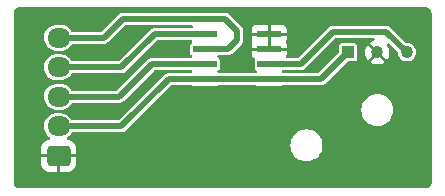
<source format=gtl>
%TF.GenerationSoftware,KiCad,Pcbnew,7.0.6*%
%TF.CreationDate,2023-07-13T14:43:25+02:00*%
%TF.ProjectId,LH_BreakLever_FreeJoy,4c485f42-7265-4616-9b4c-657665725f46,rev?*%
%TF.SameCoordinates,Original*%
%TF.FileFunction,Copper,L1,Top*%
%TF.FilePolarity,Positive*%
%FSLAX46Y46*%
G04 Gerber Fmt 4.6, Leading zero omitted, Abs format (unit mm)*
G04 Created by KiCad (PCBNEW 7.0.6) date 2023-07-13 14:43:25*
%MOMM*%
%LPD*%
G01*
G04 APERTURE LIST*
G04 Aperture macros list*
%AMRoundRect*
0 Rectangle with rounded corners*
0 $1 Rounding radius*
0 $2 $3 $4 $5 $6 $7 $8 $9 X,Y pos of 4 corners*
0 Add a 4 corners polygon primitive as box body*
4,1,4,$2,$3,$4,$5,$6,$7,$8,$9,$2,$3,0*
0 Add four circle primitives for the rounded corners*
1,1,$1+$1,$2,$3*
1,1,$1+$1,$4,$5*
1,1,$1+$1,$6,$7*
1,1,$1+$1,$8,$9*
0 Add four rect primitives between the rounded corners*
20,1,$1+$1,$2,$3,$4,$5,0*
20,1,$1+$1,$4,$5,$6,$7,0*
20,1,$1+$1,$6,$7,$8,$9,0*
20,1,$1+$1,$8,$9,$2,$3,0*%
G04 Aperture macros list end*
%TA.AperFunction,SMDPad,CuDef*%
%ADD10R,2.000000X0.600000*%
%TD*%
%TA.AperFunction,ComponentPad*%
%ADD11R,1.030000X1.030000*%
%TD*%
%TA.AperFunction,ComponentPad*%
%ADD12C,1.030000*%
%TD*%
%TA.AperFunction,ComponentPad*%
%ADD13RoundRect,0.250000X0.725000X-0.600000X0.725000X0.600000X-0.725000X0.600000X-0.725000X-0.600000X0*%
%TD*%
%TA.AperFunction,ComponentPad*%
%ADD14O,1.950000X1.700000*%
%TD*%
%TA.AperFunction,Conductor*%
%ADD15C,0.508000*%
%TD*%
G04 APERTURE END LIST*
D10*
X56925000Y-27305000D03*
X56925000Y-26035000D03*
X56925000Y-24765000D03*
X56925000Y-23495000D03*
X51475000Y-23495000D03*
X51475000Y-24765000D03*
X51475000Y-26035000D03*
X51475000Y-27305000D03*
D11*
X63570000Y-25030001D03*
D12*
X66070000Y-25030001D03*
X68570000Y-25030001D03*
D13*
X39080000Y-33790000D03*
D14*
X39080000Y-31290000D03*
X39080000Y-28790000D03*
X39080000Y-26290000D03*
X39080000Y-23790000D03*
D15*
X44400000Y-31300000D02*
X39090000Y-31300000D01*
X48395000Y-27305000D02*
X44400000Y-31300000D01*
X63570000Y-25030001D02*
X61295001Y-27305000D01*
X61295001Y-27305000D02*
X56925000Y-27305000D01*
X51475000Y-27305000D02*
X56925000Y-27305000D01*
X51475000Y-27305000D02*
X48395000Y-27305000D01*
X39090000Y-31300000D02*
X39080000Y-31290000D01*
X44200000Y-28800000D02*
X39090000Y-28800000D01*
X46965000Y-26035000D02*
X44200000Y-28800000D01*
X39090000Y-28800000D02*
X39080000Y-28790000D01*
X51475000Y-26035000D02*
X46965000Y-26035000D01*
X39090000Y-26300000D02*
X39080000Y-26290000D01*
X51475000Y-23495000D02*
X47205000Y-23495000D01*
X44400000Y-26300000D02*
X39090000Y-26300000D01*
X47205000Y-23495000D02*
X44400000Y-26300000D01*
X42900000Y-23800000D02*
X44500000Y-22200000D01*
X54200000Y-24000000D02*
X53435000Y-24765000D01*
X53435000Y-24765000D02*
X51475000Y-24765000D01*
X53200000Y-22200000D02*
X54200000Y-23200000D01*
X39090000Y-23800000D02*
X42900000Y-23800000D01*
X39080000Y-23790000D02*
X39090000Y-23800000D01*
X44500000Y-22200000D02*
X53200000Y-22200000D01*
X54200000Y-23200000D02*
X54200000Y-24000000D01*
X66839999Y-23300000D02*
X62300000Y-23300000D01*
X59565000Y-26035000D02*
X56925000Y-26035000D01*
X68570000Y-25030001D02*
X66839999Y-23300000D01*
X62300000Y-23300000D02*
X59565000Y-26035000D01*
%TA.AperFunction,Conductor*%
G36*
X70173514Y-21208895D02*
G01*
X70265268Y-21219234D01*
X70292766Y-21225510D01*
X70369858Y-21252486D01*
X70395265Y-21264721D01*
X70464431Y-21308181D01*
X70486484Y-21325769D01*
X70544230Y-21383515D01*
X70561819Y-21405569D01*
X70605276Y-21474730D01*
X70617515Y-21500146D01*
X70644487Y-21577228D01*
X70650766Y-21604735D01*
X70660542Y-21691500D01*
X70661104Y-21696483D01*
X70661500Y-21703543D01*
X70661500Y-36046456D01*
X70661104Y-36053516D01*
X70650766Y-36145264D01*
X70644487Y-36172771D01*
X70617515Y-36249853D01*
X70605273Y-36275275D01*
X70561822Y-36344426D01*
X70544230Y-36366484D01*
X70486484Y-36424230D01*
X70464425Y-36441822D01*
X70395272Y-36485274D01*
X70369853Y-36497515D01*
X70292771Y-36524487D01*
X70265264Y-36530766D01*
X70208418Y-36537171D01*
X70173513Y-36541104D01*
X70166456Y-36541500D01*
X35768544Y-36541500D01*
X35761486Y-36541104D01*
X35713854Y-36535737D01*
X35669735Y-36530766D01*
X35642228Y-36524487D01*
X35565146Y-36497515D01*
X35539730Y-36485276D01*
X35470569Y-36441819D01*
X35448515Y-36424230D01*
X35390769Y-36366484D01*
X35373181Y-36344431D01*
X35329721Y-36275265D01*
X35317486Y-36249858D01*
X35290510Y-36172766D01*
X35284234Y-36145268D01*
X35273895Y-36053514D01*
X35273500Y-36046456D01*
X35273500Y-34440516D01*
X37597000Y-34440516D01*
X37607605Y-34544318D01*
X37607606Y-34544321D01*
X37663342Y-34712525D01*
X37756365Y-34863339D01*
X37756370Y-34863345D01*
X37881654Y-34988629D01*
X37881660Y-34988634D01*
X38032474Y-35081657D01*
X38200678Y-35137393D01*
X38200681Y-35137394D01*
X38304483Y-35147999D01*
X38304483Y-35148000D01*
X38953000Y-35148000D01*
X38953000Y-34251624D01*
X39046025Y-34265000D01*
X39113975Y-34265000D01*
X39206999Y-34251624D01*
X39207000Y-35148000D01*
X39855517Y-35148000D01*
X39855516Y-35147999D01*
X39959318Y-35137394D01*
X39959321Y-35137393D01*
X40127525Y-35081657D01*
X40278339Y-34988634D01*
X40278345Y-34988629D01*
X40403629Y-34863345D01*
X40403634Y-34863339D01*
X40496657Y-34712525D01*
X40552393Y-34544321D01*
X40552394Y-34544318D01*
X40562999Y-34440516D01*
X40563000Y-34440516D01*
X40563000Y-33917000D01*
X39537763Y-33917000D01*
X39555000Y-33858295D01*
X39555000Y-33721705D01*
X39537763Y-33663000D01*
X40563000Y-33663000D01*
X40563000Y-33139483D01*
X40552394Y-33035681D01*
X40552393Y-33035678D01*
X40507435Y-32900000D01*
X58714341Y-32900000D01*
X58734937Y-33135412D01*
X58796096Y-33363662D01*
X58796098Y-33363666D01*
X58895966Y-33577833D01*
X59031498Y-33771393D01*
X59031502Y-33771398D01*
X59031505Y-33771402D01*
X59198599Y-33938496D01*
X59198603Y-33938499D01*
X59198607Y-33938502D01*
X59392167Y-34074034D01*
X59392166Y-34074034D01*
X59456982Y-34104258D01*
X59606337Y-34173904D01*
X59834592Y-34235064D01*
X60011034Y-34250501D01*
X60011035Y-34250501D01*
X60128965Y-34250501D01*
X60128966Y-34250501D01*
X60305408Y-34235064D01*
X60533663Y-34173904D01*
X60747829Y-34074036D01*
X60941401Y-33938496D01*
X61108495Y-33771402D01*
X61244035Y-33577831D01*
X61343903Y-33363664D01*
X61405063Y-33135409D01*
X61425659Y-32900001D01*
X61405063Y-32664593D01*
X61343903Y-32436338D01*
X61244035Y-32222172D01*
X61244034Y-32222170D01*
X61244033Y-32222168D01*
X61108501Y-32028608D01*
X61108497Y-32028603D01*
X61108495Y-32028600D01*
X60941401Y-31861506D01*
X60941397Y-31861503D01*
X60941392Y-31861499D01*
X60747832Y-31725967D01*
X60747833Y-31725967D01*
X60533665Y-31626099D01*
X60533661Y-31626097D01*
X60305411Y-31564938D01*
X60173076Y-31553360D01*
X60128966Y-31549501D01*
X60011034Y-31549501D01*
X59975745Y-31552588D01*
X59834588Y-31564938D01*
X59606338Y-31626097D01*
X59606334Y-31626099D01*
X59392167Y-31725967D01*
X59198607Y-31861499D01*
X59198596Y-31861508D01*
X59031507Y-32028597D01*
X59031502Y-32028603D01*
X58895965Y-32222170D01*
X58796098Y-32436335D01*
X58796096Y-32436339D01*
X58734937Y-32664589D01*
X58714341Y-32900000D01*
X40507435Y-32900000D01*
X40496657Y-32867474D01*
X40403634Y-32716660D01*
X40403629Y-32716654D01*
X40278345Y-32591370D01*
X40278339Y-32591365D01*
X40127525Y-32498342D01*
X39959321Y-32442606D01*
X39959318Y-32442605D01*
X39886036Y-32435118D01*
X39820301Y-32408296D01*
X39779503Y-32350193D01*
X39776594Y-32279256D01*
X39812498Y-32218007D01*
X39820941Y-32210739D01*
X39970659Y-32093000D01*
X40108792Y-31933587D01*
X40144637Y-31871500D01*
X40196020Y-31822507D01*
X40253757Y-31808500D01*
X44331784Y-31808500D01*
X44358565Y-31811378D01*
X44363351Y-31812420D01*
X44363351Y-31812419D01*
X44363352Y-31812420D01*
X44415917Y-31808661D01*
X44420413Y-31808500D01*
X44436366Y-31808500D01*
X44436368Y-31808500D01*
X44452192Y-31806224D01*
X44456615Y-31805749D01*
X44509201Y-31801989D01*
X44513794Y-31800275D01*
X44539893Y-31793614D01*
X44544734Y-31792919D01*
X44592683Y-31771020D01*
X44596800Y-31769315D01*
X44646204Y-31750889D01*
X44650117Y-31747958D01*
X44673299Y-31734204D01*
X44677743Y-31732176D01*
X44717585Y-31697650D01*
X44721055Y-31694855D01*
X44733848Y-31685280D01*
X44745141Y-31673985D01*
X44748418Y-31670934D01*
X44788250Y-31636421D01*
X44790894Y-31632305D01*
X44807795Y-31611331D01*
X46519125Y-29900001D01*
X64714341Y-29900001D01*
X64734937Y-30135412D01*
X64796096Y-30363662D01*
X64796098Y-30363666D01*
X64895966Y-30577833D01*
X65031498Y-30771393D01*
X65031502Y-30771398D01*
X65031505Y-30771402D01*
X65198599Y-30938496D01*
X65198603Y-30938499D01*
X65198607Y-30938502D01*
X65392167Y-31074034D01*
X65392166Y-31074034D01*
X65468304Y-31109538D01*
X65606337Y-31173904D01*
X65834592Y-31235064D01*
X66011034Y-31250501D01*
X66011035Y-31250501D01*
X66128965Y-31250501D01*
X66128966Y-31250501D01*
X66305408Y-31235064D01*
X66533663Y-31173904D01*
X66747829Y-31074036D01*
X66941401Y-30938496D01*
X67108495Y-30771402D01*
X67244035Y-30577831D01*
X67343903Y-30363664D01*
X67405063Y-30135409D01*
X67425659Y-29900001D01*
X67405063Y-29664593D01*
X67343903Y-29436338D01*
X67244035Y-29222172D01*
X67244034Y-29222170D01*
X67244033Y-29222168D01*
X67108501Y-29028608D01*
X67108497Y-29028603D01*
X67108495Y-29028600D01*
X66941401Y-28861506D01*
X66941397Y-28861503D01*
X66941392Y-28861499D01*
X66747832Y-28725967D01*
X66747833Y-28725967D01*
X66533665Y-28626099D01*
X66533661Y-28626097D01*
X66305411Y-28564938D01*
X66173076Y-28553360D01*
X66128966Y-28549501D01*
X66011034Y-28549501D01*
X65975745Y-28552588D01*
X65834588Y-28564938D01*
X65606338Y-28626097D01*
X65606334Y-28626099D01*
X65392167Y-28725967D01*
X65198607Y-28861499D01*
X65198596Y-28861508D01*
X65031507Y-29028597D01*
X65031502Y-29028603D01*
X64895965Y-29222170D01*
X64796098Y-29436335D01*
X64796096Y-29436339D01*
X64734937Y-29664589D01*
X64714341Y-29900001D01*
X46519125Y-29900001D01*
X48568722Y-27850405D01*
X48631035Y-27816379D01*
X48657818Y-27813500D01*
X50290733Y-27813500D01*
X50358854Y-27833502D01*
X50360722Y-27834726D01*
X50375699Y-27844734D01*
X50449933Y-27859500D01*
X52500066Y-27859499D01*
X52500069Y-27859498D01*
X52500073Y-27859498D01*
X52520986Y-27855338D01*
X52574301Y-27844734D01*
X52574302Y-27844733D01*
X52574303Y-27844733D01*
X52589265Y-27834736D01*
X52657018Y-27813520D01*
X52659268Y-27813500D01*
X55740733Y-27813500D01*
X55808854Y-27833502D01*
X55810722Y-27834726D01*
X55825699Y-27844734D01*
X55899933Y-27859500D01*
X57950066Y-27859499D01*
X57950069Y-27859498D01*
X57950073Y-27859498D01*
X57970986Y-27855338D01*
X58024301Y-27844734D01*
X58024302Y-27844733D01*
X58024303Y-27844733D01*
X58039265Y-27834736D01*
X58107018Y-27813520D01*
X58109268Y-27813500D01*
X61226785Y-27813500D01*
X61253566Y-27816378D01*
X61258352Y-27817420D01*
X61258352Y-27817419D01*
X61258353Y-27817420D01*
X61310918Y-27813661D01*
X61315414Y-27813500D01*
X61331367Y-27813500D01*
X61331369Y-27813500D01*
X61347193Y-27811224D01*
X61351616Y-27810749D01*
X61404202Y-27806989D01*
X61408795Y-27805275D01*
X61434894Y-27798614D01*
X61439735Y-27797919D01*
X61487684Y-27776020D01*
X61491801Y-27774315D01*
X61541205Y-27755889D01*
X61545118Y-27752958D01*
X61568300Y-27739204D01*
X61572744Y-27737176D01*
X61612586Y-27702650D01*
X61616056Y-27699855D01*
X61628849Y-27690280D01*
X61640142Y-27678985D01*
X61643419Y-27675934D01*
X61683251Y-27641421D01*
X61685895Y-27637305D01*
X61702796Y-27616331D01*
X63482723Y-25836404D01*
X63545035Y-25802379D01*
X63571818Y-25799500D01*
X64110064Y-25799500D01*
X64110066Y-25799500D01*
X64110069Y-25799499D01*
X64110072Y-25799499D01*
X64164768Y-25788620D01*
X64184301Y-25784735D01*
X64268484Y-25728485D01*
X64324734Y-25644302D01*
X64339500Y-25570068D01*
X64339499Y-24489935D01*
X64339498Y-24489931D01*
X64339498Y-24489927D01*
X64324734Y-24415700D01*
X64313053Y-24398218D01*
X64268484Y-24331517D01*
X64268483Y-24331516D01*
X64184302Y-24275267D01*
X64110067Y-24260501D01*
X63029936Y-24260501D01*
X63029926Y-24260502D01*
X62955699Y-24275266D01*
X62871515Y-24331517D01*
X62815266Y-24415698D01*
X62800500Y-24489931D01*
X62800500Y-25028182D01*
X62780498Y-25096303D01*
X62763595Y-25117277D01*
X61121278Y-26759595D01*
X61058966Y-26793620D01*
X61032183Y-26796500D01*
X59573680Y-26796500D01*
X59537774Y-26785957D01*
X59510370Y-26796179D01*
X59501381Y-26796500D01*
X58109267Y-26796500D01*
X58041146Y-26776498D01*
X58039310Y-26775295D01*
X58039214Y-26775231D01*
X58038559Y-26774793D01*
X57993010Y-26720338D01*
X57984132Y-26649899D01*
X58014745Y-26585841D01*
X58038626Y-26565162D01*
X58039376Y-26564662D01*
X58107151Y-26543518D01*
X58109268Y-26543500D01*
X59496784Y-26543500D01*
X59523564Y-26546378D01*
X59528164Y-26547379D01*
X59535451Y-26551358D01*
X59538182Y-26549604D01*
X59564691Y-26544821D01*
X59580917Y-26543661D01*
X59585413Y-26543500D01*
X59601366Y-26543500D01*
X59601368Y-26543500D01*
X59617192Y-26541224D01*
X59621615Y-26540749D01*
X59674201Y-26536989D01*
X59678794Y-26535275D01*
X59704893Y-26528614D01*
X59709734Y-26527919D01*
X59757683Y-26506020D01*
X59761800Y-26504315D01*
X59811204Y-26485889D01*
X59815117Y-26482958D01*
X59838299Y-26469204D01*
X59842743Y-26467176D01*
X59882585Y-26432650D01*
X59886055Y-26429855D01*
X59898848Y-26420280D01*
X59910141Y-26408985D01*
X59913418Y-26405934D01*
X59953250Y-26371421D01*
X59955894Y-26367305D01*
X59972795Y-26346331D01*
X62473722Y-23845405D01*
X62536035Y-23811379D01*
X62562818Y-23808500D01*
X65723200Y-23808500D01*
X65791321Y-23828502D01*
X65837814Y-23882158D01*
X65847918Y-23952432D01*
X65818424Y-24017012D01*
X65759775Y-24055075D01*
X65676620Y-24080299D01*
X65498904Y-24175290D01*
X65441777Y-24222173D01*
X65934967Y-24715363D01*
X65848081Y-24765528D01*
X65771009Y-24857378D01*
X65756803Y-24896408D01*
X65262172Y-24401777D01*
X65215289Y-24458905D01*
X65120298Y-24636621D01*
X65061800Y-24829464D01*
X65042050Y-25029997D01*
X65042050Y-25030004D01*
X65061800Y-25230537D01*
X65120298Y-25423380D01*
X65215291Y-25601099D01*
X65262171Y-25658222D01*
X65756802Y-25163591D01*
X65771009Y-25202623D01*
X65848081Y-25294474D01*
X65934967Y-25344638D01*
X65441777Y-25837827D01*
X65498904Y-25884711D01*
X65676620Y-25979702D01*
X65869463Y-26038200D01*
X66069997Y-26057951D01*
X66070003Y-26057951D01*
X66270536Y-26038200D01*
X66463379Y-25979702D01*
X66641093Y-25884712D01*
X66641098Y-25884709D01*
X66698222Y-25837828D01*
X66698222Y-25837827D01*
X66205032Y-25344637D01*
X66291919Y-25294474D01*
X66368991Y-25202624D01*
X66383197Y-25163593D01*
X66877827Y-25658223D01*
X66924708Y-25601099D01*
X66924711Y-25601094D01*
X67019701Y-25423380D01*
X67078199Y-25230537D01*
X67097950Y-25030004D01*
X67097950Y-25029997D01*
X67078199Y-24829464D01*
X67019701Y-24636621D01*
X66924707Y-24458899D01*
X66921269Y-24453754D01*
X66923033Y-24452575D01*
X66899051Y-24396112D01*
X66911032Y-24326133D01*
X66958944Y-24273740D01*
X67027575Y-24255568D01*
X67095136Y-24277386D01*
X67113293Y-24292422D01*
X67758728Y-24937857D01*
X67792751Y-25000166D01*
X67795631Y-25026949D01*
X67795631Y-25029997D01*
X67795631Y-25030001D01*
X67815046Y-25202314D01*
X67847527Y-25295139D01*
X67872318Y-25365987D01*
X67872319Y-25365989D01*
X67964573Y-25512812D01*
X68087188Y-25635427D01*
X68187692Y-25698577D01*
X68234014Y-25727683D01*
X68397687Y-25784955D01*
X68570000Y-25804370D01*
X68742313Y-25784955D01*
X68905986Y-25727683D01*
X69052811Y-25635427D01*
X69175426Y-25512812D01*
X69267682Y-25365987D01*
X69324954Y-25202314D01*
X69344369Y-25030001D01*
X69324954Y-24857688D01*
X69267682Y-24694015D01*
X69231619Y-24636621D01*
X69175426Y-24547189D01*
X69052811Y-24424574D01*
X68905988Y-24332320D01*
X68905986Y-24332319D01*
X68903691Y-24331516D01*
X68742313Y-24275047D01*
X68570000Y-24255632D01*
X68569998Y-24255632D01*
X68566949Y-24255632D01*
X68565050Y-24255074D01*
X68562969Y-24254840D01*
X68563010Y-24254475D01*
X68498828Y-24235630D01*
X68477854Y-24218727D01*
X67247798Y-22988671D01*
X67230892Y-22967691D01*
X67228250Y-22963580D01*
X67228247Y-22963577D01*
X67188417Y-22929065D01*
X67185139Y-22926012D01*
X67173847Y-22914720D01*
X67173846Y-22914719D01*
X67173844Y-22914717D01*
X67161066Y-22905152D01*
X67157563Y-22902329D01*
X67117742Y-22867824D01*
X67117739Y-22867822D01*
X67113285Y-22865788D01*
X67090127Y-22852048D01*
X67086205Y-22849112D01*
X67086201Y-22849110D01*
X67036818Y-22830690D01*
X67032664Y-22828969D01*
X66984737Y-22807082D01*
X66984723Y-22807078D01*
X66979875Y-22806381D01*
X66953800Y-22799726D01*
X66949203Y-22798011D01*
X66949198Y-22798010D01*
X66896626Y-22794249D01*
X66892159Y-22793769D01*
X66876369Y-22791500D01*
X66876367Y-22791500D01*
X66860412Y-22791500D01*
X66855916Y-22791339D01*
X66803351Y-22787579D01*
X66803350Y-22787580D01*
X66798565Y-22788621D01*
X66771783Y-22791500D01*
X62368216Y-22791500D01*
X62341436Y-22788621D01*
X62336651Y-22787580D01*
X62336646Y-22787580D01*
X62284088Y-22791339D01*
X62279591Y-22791500D01*
X62263632Y-22791500D01*
X62263626Y-22791500D01*
X62263623Y-22791501D01*
X62247819Y-22793771D01*
X62243358Y-22794250D01*
X62190799Y-22798011D01*
X62190796Y-22798012D01*
X62186210Y-22799723D01*
X62160116Y-22806383D01*
X62155268Y-22807080D01*
X62107330Y-22828972D01*
X62103175Y-22830692D01*
X62053797Y-22849109D01*
X62049871Y-22852049D01*
X62026715Y-22865788D01*
X62022256Y-22867824D01*
X61982425Y-22902337D01*
X61978925Y-22905158D01*
X61966157Y-22914716D01*
X61966149Y-22914722D01*
X61954857Y-22926013D01*
X61951571Y-22929072D01*
X61911751Y-22963577D01*
X61911747Y-22963581D01*
X61909098Y-22967704D01*
X61892201Y-22988669D01*
X59391277Y-25489595D01*
X59328965Y-25523620D01*
X59302182Y-25526500D01*
X58465813Y-25526500D01*
X58397692Y-25506498D01*
X58351199Y-25452842D01*
X58341095Y-25382568D01*
X58364944Y-25324992D01*
X58375444Y-25310964D01*
X58426494Y-25174093D01*
X58432999Y-25113597D01*
X58433000Y-25113585D01*
X58433000Y-24892000D01*
X55417000Y-24892000D01*
X55417000Y-25113597D01*
X55423505Y-25174093D01*
X55474555Y-25310964D01*
X55474555Y-25310965D01*
X55562095Y-25427904D01*
X55643455Y-25488809D01*
X55686002Y-25545645D01*
X55691066Y-25616460D01*
X55685653Y-25633753D01*
X55670500Y-25709930D01*
X55670500Y-26360063D01*
X55670501Y-26360073D01*
X55685265Y-26434300D01*
X55741516Y-26518484D01*
X55811483Y-26565236D01*
X55857010Y-26619713D01*
X55865857Y-26690156D01*
X55835216Y-26754200D01*
X55811501Y-26774752D01*
X55810753Y-26775252D01*
X55743005Y-26796480D01*
X55740732Y-26796500D01*
X52659267Y-26796500D01*
X52591146Y-26776498D01*
X52589310Y-26775295D01*
X52589214Y-26775231D01*
X52588559Y-26774793D01*
X52543010Y-26720338D01*
X52534132Y-26649899D01*
X52564745Y-26585841D01*
X52588512Y-26565238D01*
X52658484Y-26518484D01*
X52714734Y-26434301D01*
X52729500Y-26360067D01*
X52729499Y-25709934D01*
X52729498Y-25709930D01*
X52729498Y-25709926D01*
X52714734Y-25635699D01*
X52691611Y-25601094D01*
X52658484Y-25551516D01*
X52644364Y-25542081D01*
X52588516Y-25504763D01*
X52542989Y-25450286D01*
X52534142Y-25379842D01*
X52564784Y-25315799D01*
X52588653Y-25295143D01*
X52589211Y-25294770D01*
X52589408Y-25294640D01*
X52657190Y-25273517D01*
X52659268Y-25273500D01*
X53366784Y-25273500D01*
X53393565Y-25276378D01*
X53398351Y-25277420D01*
X53398351Y-25277419D01*
X53398352Y-25277420D01*
X53450917Y-25273661D01*
X53455413Y-25273500D01*
X53471366Y-25273500D01*
X53471368Y-25273500D01*
X53487192Y-25271224D01*
X53491615Y-25270749D01*
X53544201Y-25266989D01*
X53548794Y-25265275D01*
X53574893Y-25258614D01*
X53579734Y-25257919D01*
X53627683Y-25236020D01*
X53631800Y-25234315D01*
X53681204Y-25215889D01*
X53685117Y-25212958D01*
X53708299Y-25199204D01*
X53712743Y-25197176D01*
X53752585Y-25162650D01*
X53756055Y-25159855D01*
X53768848Y-25150280D01*
X53780141Y-25138985D01*
X53783418Y-25135934D01*
X53823250Y-25101421D01*
X53825894Y-25097305D01*
X53842795Y-25076331D01*
X54511331Y-24407795D01*
X54532305Y-24390894D01*
X54536421Y-24388250D01*
X54570934Y-24348418D01*
X54573987Y-24345140D01*
X54574365Y-24344762D01*
X54585280Y-24333848D01*
X54594856Y-24321054D01*
X54597641Y-24317597D01*
X54632176Y-24277743D01*
X54634208Y-24273292D01*
X54647958Y-24250117D01*
X54650888Y-24246204D01*
X54669304Y-24196825D01*
X54671011Y-24192702D01*
X54692919Y-24144734D01*
X54693615Y-24139890D01*
X54700280Y-24113779D01*
X54701988Y-24109201D01*
X54705748Y-24056634D01*
X54706227Y-24052172D01*
X54708500Y-24036368D01*
X54708500Y-24020408D01*
X54708661Y-24015912D01*
X54710750Y-23986701D01*
X54712420Y-23963352D01*
X54711378Y-23958562D01*
X54708499Y-23931793D01*
X54708499Y-23622000D01*
X55417000Y-23622000D01*
X55417000Y-23843597D01*
X55423505Y-23904093D01*
X55474555Y-24040964D01*
X55474555Y-24040965D01*
X55484681Y-24054491D01*
X55509492Y-24121011D01*
X55494401Y-24190385D01*
X55484681Y-24205509D01*
X55474555Y-24219034D01*
X55474555Y-24219035D01*
X55423505Y-24355906D01*
X55417000Y-24416402D01*
X55417000Y-24638000D01*
X56798000Y-24638000D01*
X56798000Y-23622000D01*
X57052000Y-23622000D01*
X57052000Y-24638000D01*
X58433000Y-24638000D01*
X58433000Y-24416414D01*
X58432999Y-24416402D01*
X58426494Y-24355906D01*
X58375445Y-24219037D01*
X58365318Y-24205509D01*
X58340507Y-24138989D01*
X58355598Y-24069615D01*
X58365318Y-24054491D01*
X58375445Y-24040962D01*
X58426494Y-23904093D01*
X58432999Y-23843597D01*
X58433000Y-23843585D01*
X58433000Y-23622000D01*
X57052000Y-23622000D01*
X56798000Y-23622000D01*
X55417000Y-23622000D01*
X54708499Y-23622000D01*
X54708499Y-23368000D01*
X55417000Y-23368000D01*
X56798000Y-23368000D01*
X56798000Y-22687000D01*
X57052000Y-22687000D01*
X57052000Y-23368000D01*
X58433000Y-23368000D01*
X58433000Y-23146414D01*
X58432999Y-23146402D01*
X58426494Y-23085906D01*
X58375444Y-22949035D01*
X58375444Y-22949034D01*
X58287904Y-22832095D01*
X58170965Y-22744555D01*
X58034093Y-22693505D01*
X57973597Y-22687000D01*
X57052000Y-22687000D01*
X56798000Y-22687000D01*
X55876402Y-22687000D01*
X55815906Y-22693505D01*
X55679035Y-22744555D01*
X55679034Y-22744555D01*
X55562095Y-22832095D01*
X55474555Y-22949034D01*
X55474555Y-22949035D01*
X55423505Y-23085906D01*
X55417000Y-23146402D01*
X55417000Y-23368000D01*
X54708499Y-23368000D01*
X54708499Y-23268216D01*
X54711380Y-23241429D01*
X54712420Y-23236648D01*
X54708661Y-23184083D01*
X54708500Y-23179587D01*
X54708500Y-23163632D01*
X54706230Y-23147847D01*
X54705749Y-23143371D01*
X54702561Y-23098805D01*
X54701989Y-23090800D01*
X54700277Y-23086211D01*
X54693615Y-23060108D01*
X54692919Y-23055266D01*
X54692872Y-23055163D01*
X54671028Y-23007329D01*
X54669306Y-23003173D01*
X54650890Y-22953798D01*
X54648728Y-22950910D01*
X54647950Y-22949870D01*
X54634209Y-22926709D01*
X54633885Y-22925999D01*
X54632176Y-22922257D01*
X54597659Y-22882422D01*
X54594838Y-22878921D01*
X54585280Y-22866153D01*
X54573990Y-22854863D01*
X54570939Y-22851585D01*
X54536420Y-22811749D01*
X54536419Y-22811748D01*
X54532300Y-22809101D01*
X54511326Y-22792199D01*
X53607797Y-21888669D01*
X53590894Y-21867693D01*
X53588250Y-21863579D01*
X53548421Y-21829067D01*
X53545140Y-21826012D01*
X53533848Y-21814720D01*
X53533847Y-21814719D01*
X53533845Y-21814717D01*
X53521067Y-21805152D01*
X53517564Y-21802329D01*
X53477743Y-21767824D01*
X53477740Y-21767822D01*
X53473286Y-21765788D01*
X53450128Y-21752048D01*
X53446206Y-21749112D01*
X53446202Y-21749110D01*
X53396819Y-21730690D01*
X53392665Y-21728969D01*
X53344738Y-21707082D01*
X53344724Y-21707078D01*
X53339876Y-21706381D01*
X53313801Y-21699726D01*
X53309204Y-21698011D01*
X53309199Y-21698010D01*
X53256627Y-21694249D01*
X53252160Y-21693769D01*
X53236370Y-21691500D01*
X53236368Y-21691500D01*
X53220413Y-21691500D01*
X53215917Y-21691339D01*
X53163352Y-21687579D01*
X53163351Y-21687580D01*
X53158566Y-21688621D01*
X53131784Y-21691500D01*
X44568216Y-21691500D01*
X44541436Y-21688621D01*
X44536651Y-21687580D01*
X44536646Y-21687580D01*
X44484083Y-21691339D01*
X44479587Y-21691500D01*
X44463630Y-21691500D01*
X44447841Y-21693769D01*
X44443374Y-21694249D01*
X44390799Y-21698011D01*
X44390791Y-21698012D01*
X44386194Y-21699727D01*
X44360124Y-21706381D01*
X44355275Y-21707078D01*
X44355267Y-21707080D01*
X44355266Y-21707081D01*
X44355263Y-21707082D01*
X44355264Y-21707082D01*
X44307324Y-21728973D01*
X44303172Y-21730693D01*
X44253795Y-21749111D01*
X44253792Y-21749112D01*
X44249864Y-21752053D01*
X44226722Y-21765783D01*
X44222261Y-21767820D01*
X44222258Y-21767822D01*
X44182425Y-21802337D01*
X44178925Y-21805158D01*
X44166157Y-21814716D01*
X44166149Y-21814722D01*
X44154857Y-21826013D01*
X44151571Y-21829072D01*
X44111751Y-21863577D01*
X44111747Y-21863581D01*
X44109098Y-21867704D01*
X44092201Y-21888669D01*
X42726275Y-23254596D01*
X42663965Y-23288620D01*
X42637182Y-23291500D01*
X40270897Y-23291500D01*
X40202776Y-23271498D01*
X40168260Y-23238587D01*
X40165877Y-23235241D01*
X40165876Y-23235238D01*
X40043522Y-23063416D01*
X40040048Y-23060104D01*
X39989090Y-23011515D01*
X39890862Y-22917855D01*
X39890859Y-22917853D01*
X39890857Y-22917851D01*
X39713413Y-22803816D01*
X39689121Y-22794091D01*
X39517589Y-22725420D01*
X39517586Y-22725419D01*
X39517585Y-22725419D01*
X39310471Y-22685500D01*
X39310467Y-22685500D01*
X38902387Y-22685500D01*
X38902369Y-22685500D01*
X38745030Y-22700525D01*
X38745015Y-22700528D01*
X38542629Y-22759953D01*
X38355148Y-22856607D01*
X38355141Y-22856611D01*
X38189347Y-22986994D01*
X38189334Y-22987006D01*
X38051212Y-23146407D01*
X38051206Y-23146415D01*
X37945743Y-23329083D01*
X37945739Y-23329092D01*
X37876753Y-23528417D01*
X37876750Y-23528425D01*
X37846732Y-23737205D01*
X37856768Y-23947893D01*
X37856769Y-23947904D01*
X37906498Y-24152886D01*
X37906498Y-24152888D01*
X37906499Y-24152890D01*
X37994124Y-24344762D01*
X38116478Y-24516584D01*
X38269138Y-24662145D01*
X38269140Y-24662146D01*
X38269142Y-24662148D01*
X38312483Y-24690001D01*
X38446587Y-24776184D01*
X38642411Y-24854580D01*
X38849533Y-24894500D01*
X38849537Y-24894500D01*
X39257613Y-24894500D01*
X39257630Y-24894499D01*
X39414969Y-24879474D01*
X39414969Y-24879473D01*
X39414979Y-24879473D01*
X39617368Y-24820047D01*
X39804854Y-24723391D01*
X39970659Y-24593000D01*
X40108792Y-24433587D01*
X40144637Y-24371500D01*
X40196020Y-24322507D01*
X40253757Y-24308500D01*
X42831784Y-24308500D01*
X42858565Y-24311378D01*
X42863351Y-24312420D01*
X42863351Y-24312419D01*
X42863352Y-24312420D01*
X42915917Y-24308661D01*
X42920413Y-24308500D01*
X42936366Y-24308500D01*
X42936368Y-24308500D01*
X42952192Y-24306224D01*
X42956615Y-24305749D01*
X43009201Y-24301989D01*
X43013794Y-24300275D01*
X43039893Y-24293614D01*
X43044734Y-24292919D01*
X43092683Y-24271020D01*
X43096800Y-24269315D01*
X43146204Y-24250889D01*
X43150117Y-24247958D01*
X43173299Y-24234204D01*
X43177743Y-24232176D01*
X43217585Y-24197650D01*
X43221055Y-24194855D01*
X43233848Y-24185280D01*
X43245141Y-24173985D01*
X43248418Y-24170934D01*
X43288250Y-24136421D01*
X43290894Y-24132305D01*
X43307791Y-24111335D01*
X44673725Y-22745402D01*
X44736035Y-22711379D01*
X44762818Y-22708500D01*
X50338001Y-22708500D01*
X50406122Y-22728502D01*
X50452615Y-22782158D01*
X50462719Y-22852432D01*
X50433225Y-22917012D01*
X50386215Y-22950911D01*
X50375693Y-22955268D01*
X50360735Y-22965264D01*
X50292982Y-22986480D01*
X50290732Y-22986500D01*
X47273216Y-22986500D01*
X47246434Y-22983621D01*
X47241649Y-22982580D01*
X47241648Y-22982580D01*
X47241647Y-22982579D01*
X47189083Y-22986339D01*
X47184587Y-22986500D01*
X47168629Y-22986500D01*
X47152840Y-22988769D01*
X47148373Y-22989249D01*
X47095798Y-22993011D01*
X47095793Y-22993012D01*
X47091197Y-22994726D01*
X47065123Y-23001381D01*
X47060271Y-23002079D01*
X47060266Y-23002080D01*
X47012330Y-23023970D01*
X47008178Y-23025690D01*
X46958799Y-23044109D01*
X46958791Y-23044114D01*
X46954864Y-23047053D01*
X46931722Y-23060783D01*
X46927261Y-23062820D01*
X46927258Y-23062822D01*
X46887425Y-23097337D01*
X46883925Y-23100158D01*
X46871157Y-23109716D01*
X46871149Y-23109722D01*
X46859857Y-23121013D01*
X46856571Y-23124072D01*
X46816751Y-23158577D01*
X46816747Y-23158581D01*
X46814098Y-23162704D01*
X46797201Y-23183669D01*
X44226277Y-25754595D01*
X44163965Y-25788620D01*
X44137182Y-25791500D01*
X40270897Y-25791500D01*
X40202776Y-25771498D01*
X40168260Y-25738587D01*
X40165877Y-25735241D01*
X40165876Y-25735238D01*
X40043522Y-25563416D01*
X40021146Y-25542081D01*
X39972048Y-25495266D01*
X39890862Y-25417855D01*
X39890859Y-25417853D01*
X39890857Y-25417851D01*
X39713413Y-25303816D01*
X39690078Y-25294474D01*
X39517589Y-25225420D01*
X39517586Y-25225419D01*
X39517585Y-25225419D01*
X39310471Y-25185500D01*
X39310467Y-25185500D01*
X38902387Y-25185500D01*
X38902369Y-25185500D01*
X38745030Y-25200525D01*
X38745015Y-25200528D01*
X38542629Y-25259953D01*
X38355148Y-25356607D01*
X38355141Y-25356611D01*
X38189347Y-25486994D01*
X38189334Y-25487006D01*
X38051212Y-25646407D01*
X38051206Y-25646415D01*
X37945743Y-25829083D01*
X37945739Y-25829092D01*
X37876753Y-26028417D01*
X37876750Y-26028425D01*
X37846732Y-26237205D01*
X37856768Y-26447893D01*
X37856769Y-26447904D01*
X37906498Y-26652886D01*
X37906498Y-26652888D01*
X37906499Y-26652890D01*
X37994124Y-26844762D01*
X38116478Y-27016584D01*
X38269138Y-27162145D01*
X38269140Y-27162146D01*
X38269142Y-27162148D01*
X38364434Y-27223388D01*
X38446587Y-27276184D01*
X38642411Y-27354580D01*
X38849533Y-27394500D01*
X38849537Y-27394500D01*
X39257613Y-27394500D01*
X39257630Y-27394499D01*
X39414969Y-27379474D01*
X39414969Y-27379473D01*
X39414979Y-27379473D01*
X39617368Y-27320047D01*
X39804854Y-27223391D01*
X39970659Y-27093000D01*
X40108792Y-26933587D01*
X40144637Y-26871500D01*
X40196020Y-26822507D01*
X40253757Y-26808500D01*
X44331784Y-26808500D01*
X44358565Y-26811378D01*
X44363351Y-26812420D01*
X44363351Y-26812419D01*
X44363352Y-26812420D01*
X44415917Y-26808661D01*
X44420413Y-26808500D01*
X44436366Y-26808500D01*
X44436368Y-26808500D01*
X44452192Y-26806224D01*
X44456615Y-26805749D01*
X44509201Y-26801989D01*
X44513794Y-26800275D01*
X44539893Y-26793614D01*
X44544734Y-26792919D01*
X44592683Y-26771020D01*
X44596800Y-26769315D01*
X44646204Y-26750889D01*
X44650117Y-26747958D01*
X44673299Y-26734204D01*
X44677743Y-26732176D01*
X44717585Y-26697650D01*
X44721055Y-26694855D01*
X44733848Y-26685280D01*
X44745141Y-26673985D01*
X44748418Y-26670934D01*
X44788250Y-26636421D01*
X44790894Y-26632305D01*
X44807795Y-26611331D01*
X47378722Y-24040405D01*
X47441035Y-24006379D01*
X47467818Y-24003500D01*
X50290733Y-24003500D01*
X50358854Y-24023502D01*
X50360605Y-24024648D01*
X50361408Y-24025185D01*
X50406974Y-24079626D01*
X50415873Y-24150062D01*
X50385280Y-24214129D01*
X50361484Y-24234763D01*
X50291515Y-24281515D01*
X50235266Y-24365697D01*
X50220500Y-24439930D01*
X50220500Y-25090063D01*
X50220501Y-25090073D01*
X50235265Y-25164300D01*
X50291516Y-25248484D01*
X50361483Y-25295236D01*
X50407010Y-25349713D01*
X50415857Y-25420156D01*
X50385216Y-25484200D01*
X50361501Y-25504752D01*
X50360753Y-25505252D01*
X50293005Y-25526480D01*
X50290732Y-25526500D01*
X47033210Y-25526500D01*
X47006429Y-25523621D01*
X47001648Y-25522581D01*
X47001645Y-25522581D01*
X46949096Y-25526339D01*
X46944600Y-25526500D01*
X46928629Y-25526500D01*
X46912825Y-25528771D01*
X46908359Y-25529251D01*
X46855797Y-25533012D01*
X46851210Y-25534723D01*
X46825116Y-25541383D01*
X46820268Y-25542080D01*
X46772321Y-25563976D01*
X46768167Y-25565696D01*
X46718797Y-25584111D01*
X46718792Y-25584113D01*
X46714867Y-25587052D01*
X46691725Y-25600783D01*
X46687256Y-25602824D01*
X46647430Y-25637331D01*
X46643936Y-25640146D01*
X46631152Y-25649718D01*
X46619861Y-25661010D01*
X46616570Y-25664073D01*
X46576751Y-25698577D01*
X46576747Y-25698581D01*
X46574098Y-25702704D01*
X46557201Y-25723669D01*
X44026277Y-28254595D01*
X43963965Y-28288620D01*
X43937182Y-28291500D01*
X40270897Y-28291500D01*
X40202776Y-28271498D01*
X40168260Y-28238587D01*
X40165877Y-28235241D01*
X40165876Y-28235238D01*
X40043522Y-28063416D01*
X39890862Y-27917855D01*
X39890859Y-27917853D01*
X39890857Y-27917851D01*
X39713413Y-27803816D01*
X39644009Y-27776031D01*
X39517589Y-27725420D01*
X39517586Y-27725419D01*
X39517585Y-27725419D01*
X39310471Y-27685500D01*
X39310467Y-27685500D01*
X38902387Y-27685500D01*
X38902369Y-27685500D01*
X38745030Y-27700525D01*
X38745015Y-27700528D01*
X38542629Y-27759953D01*
X38355148Y-27856607D01*
X38355141Y-27856611D01*
X38189347Y-27986994D01*
X38189334Y-27987006D01*
X38051212Y-28146407D01*
X38051206Y-28146415D01*
X37945743Y-28329083D01*
X37945739Y-28329092D01*
X37876753Y-28528417D01*
X37876750Y-28528425D01*
X37846732Y-28737205D01*
X37856768Y-28947893D01*
X37856769Y-28947904D01*
X37906498Y-29152886D01*
X37906498Y-29152888D01*
X37906499Y-29152890D01*
X37994124Y-29344762D01*
X38116478Y-29516584D01*
X38269138Y-29662145D01*
X38269140Y-29662146D01*
X38269142Y-29662148D01*
X38272947Y-29664593D01*
X38446587Y-29776184D01*
X38642411Y-29854580D01*
X38849533Y-29894500D01*
X38849537Y-29894500D01*
X39257613Y-29894500D01*
X39257630Y-29894499D01*
X39414969Y-29879474D01*
X39414969Y-29879473D01*
X39414979Y-29879473D01*
X39617368Y-29820047D01*
X39804854Y-29723391D01*
X39970659Y-29593000D01*
X40108792Y-29433587D01*
X40144637Y-29371500D01*
X40196020Y-29322507D01*
X40253757Y-29308500D01*
X44131784Y-29308500D01*
X44158565Y-29311378D01*
X44163351Y-29312420D01*
X44163351Y-29312419D01*
X44163352Y-29312420D01*
X44215917Y-29308661D01*
X44220413Y-29308500D01*
X44236366Y-29308500D01*
X44236368Y-29308500D01*
X44252192Y-29306224D01*
X44256615Y-29305749D01*
X44309201Y-29301989D01*
X44313794Y-29300275D01*
X44339893Y-29293614D01*
X44344734Y-29292919D01*
X44392683Y-29271020D01*
X44396800Y-29269315D01*
X44446204Y-29250889D01*
X44450117Y-29247958D01*
X44473299Y-29234204D01*
X44477743Y-29232176D01*
X44517585Y-29197650D01*
X44521055Y-29194855D01*
X44533848Y-29185280D01*
X44545141Y-29173985D01*
X44548418Y-29170934D01*
X44588250Y-29136421D01*
X44590894Y-29132305D01*
X44607795Y-29111331D01*
X47138722Y-26580405D01*
X47201035Y-26546379D01*
X47227818Y-26543500D01*
X48386323Y-26543500D01*
X48422226Y-26554042D01*
X48449630Y-26543821D01*
X48458619Y-26543500D01*
X50290733Y-26543500D01*
X50358854Y-26563502D01*
X50360605Y-26564648D01*
X50361408Y-26565185D01*
X50406974Y-26619626D01*
X50415873Y-26690062D01*
X50385280Y-26754129D01*
X50361534Y-26774730D01*
X50360785Y-26775231D01*
X50293043Y-26796479D01*
X50290732Y-26796500D01*
X48463216Y-26796500D01*
X48436435Y-26793621D01*
X48431835Y-26792620D01*
X48424549Y-26788642D01*
X48421821Y-26790396D01*
X48395312Y-26795179D01*
X48379088Y-26796339D01*
X48374591Y-26796500D01*
X48358632Y-26796500D01*
X48358626Y-26796500D01*
X48358623Y-26796501D01*
X48342819Y-26798771D01*
X48338358Y-26799250D01*
X48285799Y-26803011D01*
X48285796Y-26803012D01*
X48281210Y-26804723D01*
X48255116Y-26811383D01*
X48250268Y-26812080D01*
X48202330Y-26833972D01*
X48198175Y-26835692D01*
X48148797Y-26854109D01*
X48144871Y-26857049D01*
X48121715Y-26870788D01*
X48117256Y-26872824D01*
X48077425Y-26907337D01*
X48073925Y-26910158D01*
X48061157Y-26919716D01*
X48061149Y-26919722D01*
X48049857Y-26931013D01*
X48046571Y-26934072D01*
X48006751Y-26968577D01*
X48006747Y-26968581D01*
X48004098Y-26972704D01*
X47987201Y-26993669D01*
X44226277Y-30754595D01*
X44163965Y-30788620D01*
X44137182Y-30791500D01*
X40270897Y-30791500D01*
X40202776Y-30771498D01*
X40168260Y-30738587D01*
X40165877Y-30735241D01*
X40165876Y-30735238D01*
X40043522Y-30563416D01*
X39890862Y-30417855D01*
X39890859Y-30417853D01*
X39890857Y-30417851D01*
X39713413Y-30303816D01*
X39603848Y-30259953D01*
X39517589Y-30225420D01*
X39517586Y-30225419D01*
X39517585Y-30225419D01*
X39310471Y-30185500D01*
X39310467Y-30185500D01*
X38902387Y-30185500D01*
X38902369Y-30185500D01*
X38745030Y-30200525D01*
X38745015Y-30200528D01*
X38542629Y-30259953D01*
X38355148Y-30356607D01*
X38355141Y-30356611D01*
X38189347Y-30486994D01*
X38189334Y-30487006D01*
X38051212Y-30646407D01*
X38051206Y-30646415D01*
X37945743Y-30829083D01*
X37945739Y-30829092D01*
X37876753Y-31028417D01*
X37876750Y-31028425D01*
X37846732Y-31237205D01*
X37856768Y-31447893D01*
X37856769Y-31447904D01*
X37906498Y-31652886D01*
X37906498Y-31652888D01*
X37906499Y-31652890D01*
X37994124Y-31844762D01*
X38116478Y-32016584D01*
X38269138Y-32162145D01*
X38269140Y-32162146D01*
X38269142Y-32162148D01*
X38333276Y-32203364D01*
X38379769Y-32257019D01*
X38389874Y-32327293D01*
X38360381Y-32391874D01*
X38300655Y-32430258D01*
X38277964Y-32434709D01*
X38200681Y-32442605D01*
X38200678Y-32442606D01*
X38032474Y-32498342D01*
X37881660Y-32591365D01*
X37881654Y-32591370D01*
X37756370Y-32716654D01*
X37756365Y-32716660D01*
X37663342Y-32867474D01*
X37607606Y-33035678D01*
X37607605Y-33035681D01*
X37597000Y-33139483D01*
X37597000Y-33663000D01*
X38622237Y-33663000D01*
X38605000Y-33721705D01*
X38605000Y-33858295D01*
X38622237Y-33917000D01*
X37597000Y-33917000D01*
X37597000Y-34440516D01*
X35273500Y-34440516D01*
X35273500Y-21703542D01*
X35273896Y-21696483D01*
X35274202Y-21693769D01*
X35284234Y-21604729D01*
X35290510Y-21577235D01*
X35317488Y-21500137D01*
X35329719Y-21474737D01*
X35373184Y-21405563D01*
X35390765Y-21383519D01*
X35448519Y-21325765D01*
X35470563Y-21308184D01*
X35539737Y-21264719D01*
X35565137Y-21252488D01*
X35642235Y-21225510D01*
X35669731Y-21219234D01*
X35761485Y-21208895D01*
X35768544Y-21208500D01*
X35831945Y-21208500D01*
X70103055Y-21208500D01*
X70166456Y-21208500D01*
X70173514Y-21208895D01*
G37*
%TD.AperFunction*%
M02*

</source>
